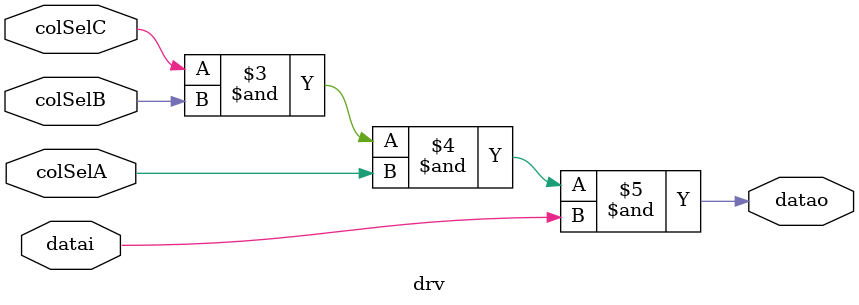
<source format=v>

`define DATA_WIDTH 2
`define MUX2_SIZE 8

// if you change these, then the testbench will break
`define ADDR_WIDTH 12
`define MUX1_SIZE 64

// Total of DATA_WIDTH*MUX2_SIZE*(MUX1_SIZE+1) instantiations of mux64

module t (/*AUTOARG*/
   // Inputs
   clk
   );
   input clk;

   /*AUTOWIRE*/
   // Beginning of automatic wires (for undeclared instantiated-module outputs)
   wire [`DATA_WIDTH-1:0] datao;                // From mux4096 of mux4096.v
   // End of automatics

   reg [`DATA_WIDTH*`MUX1_SIZE*`MUX2_SIZE-1:0] datai;
   reg [`ADDR_WIDTH-1:0]                       addr;

   // Mux: takes in addr and datai and outputs datao
   mux4096 mux4096 (/*AUTOINST*/
                    // Outputs
                    .datao              (datao[`DATA_WIDTH-1:0]),
                    // Inputs
                    .datai              (datai[`DATA_WIDTH*`MUX1_SIZE*`MUX2_SIZE-1:0]),
                    .addr               (addr[`ADDR_WIDTH-1:0]));


   // calculate what the answer should be from datai.  This is bit
   // tricky given the way datai gets sliced.  datai is in bit
   // planes where all the LSBs are contiguous and then the next bit.
   reg [`DATA_WIDTH-1:0] datao_check;
   integer j;
   always @(datai or addr) begin
      for(j=0;j<`DATA_WIDTH;j=j+1) begin
         /* verilator lint_off WIDTH */
         datao_check[j] = datai >> ((`MUX1_SIZE*`MUX2_SIZE*j)+addr);
         /* verilator lint_on WIDTH */
      end
   end

   // Run the test loop.  This just increments the address
   integer i, result;
   always @ (posedge clk) begin
      // initial the input data with random values
      if (addr == 0) begin
         result = 1;
         datai = 0;
         for(i=0; i<`MUX1_SIZE*`MUX2_SIZE; i=i+1) begin
            /* verilator lint_off WIDTH */
            datai = (datai << `DATA_WIDTH) | ($random & {`DATA_WIDTH{1'b1}});
            /* verilator lint_on WIDTH */
         end
      end

      addr <= addr + 1;
      if (datao_check != datao) begin
         result = 0;
         $stop;
      end

`ifdef TEST_VERBOSE
      $write("Addr=%d datao_check=%d datao=%d\n", addr, datao_check, datao);
`endif
      // only run the first 10 addresses for now
      if (addr > 10) begin
         $write("*-* All Finished *-*\n");
         $finish;
      end
   end

endmodule

module mux4096
  (input [`DATA_WIDTH*`MUX1_SIZE*`MUX2_SIZE-1:0] datai,
   input [`ADDR_WIDTH-1:0] addr,
   output [`DATA_WIDTH-1:0] datao
   );

   // DATA_WIDTH instantiations of mux4096_1bit
   mux4096_1bit mux4096_1bit[`DATA_WIDTH-1:0]
     (.addr(addr),
      .datai(datai),
      .datao(datao)
      );
endmodule

module mux4096_1bit
  (input [`MUX1_SIZE*`MUX2_SIZE-1:0] datai,
   input [`ADDR_WIDTH-1:0] addr,
   output datao
   );

   // address decoding
   wire [3:0]  A = (4'b1) << addr[1:0];
   wire [3:0]  B = (4'b1) << addr[3:2];
   wire [3:0]  C = (4'b1) << addr[5:4];
   wire [3:0]  D = (4'b1) << addr[7:6];
   wire [3:0]  E = (4'b1) << addr[9:8];
   wire [3:0]  F = (4'b1) << addr[11:10];

   wire [`MUX2_SIZE-1:0] data0;

   // DATA_WIDTH*(MUX2_SIZE)*MUX1_SIZE instantiations of mux64
   // first stage of 64:1 muxing
   mux64 #(.MUX_SIZE(`MUX1_SIZE)) mux1[`MUX2_SIZE-1:0]
     (.A(A),
      .B(B),
      .C(C),
      .datai(datai),
      .datao(data0));

   // DATA_WIDTH*MUX2_SIZE instantiations of mux64
   // second stage of 64:1 muxing
   mux64 #(.MUX_SIZE(`MUX2_SIZE)) mux2
     (.A(D),
      .B(E),
      .C(F),
      .datai(data0),
      .datao(datao));

endmodule

module mux64
  #(parameter MUX_SIZE=64)
  (input [3:0] A,
   input [3:0] B,
   input [3:0] C,
   input [MUX_SIZE-1:0] datai,
   output datao
   );

   wire [63:0] colSelA = { 16{ A[3:0] }};
   wire [63:0] colSelB = {  4{ {4{B[3]}}, {4{B[2]}}, {4{B[1]}}, {4{B[0]}}}};
   wire [63:0] colSelC = { {16{C[3]}}, {16{C[2]}}, {16{C[1]}}, {16{C[0]}}};

   wire [MUX_SIZE-1:0] data_bus;

   // Note each of these becomes a separate wire.
   //.colSelA(colSelA[MUX_SIZE-1:0]),
   //.colSelB(colSelB[MUX_SIZE-1:0]),
   //.colSelC(colSelC[MUX_SIZE-1:0]),

   drv drv[MUX_SIZE-1:0]
     (.colSelA(colSelA[MUX_SIZE-1:0]),
      .colSelB(colSelB[MUX_SIZE-1:0]),
      .colSelC(colSelC[MUX_SIZE-1:0]),
      .datai(datai),
      .datao(data_bus)
      );

   assign datao = |data_bus;

endmodule

module drv
  (input colSelA,
   input colSelB,
   input colSelC,
   input datai,
   output datao
   );
   assign datao = colSelC & colSelB & colSelA & datai;

endmodule

</source>
